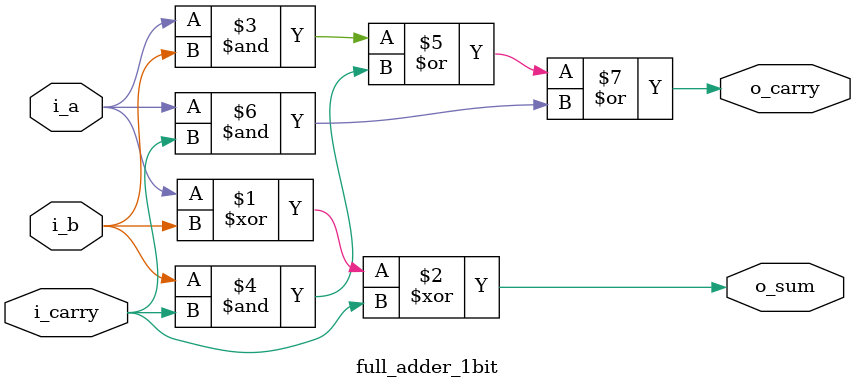
<source format=sv>
module full_adder_1bit (
	input  wire i_a, 	// Input bit A
	input  wire i_b, 	// Input bit B
	input  wire i_carry,	// Carry-in
	output wire o_sum,	// Sum output
	output wire o_carry	// Carry-out
);
	assign o_sum 	= i_a ^ i_b ^ i_carry;

	assign o_carry 	= (i_a & i_b) | (i_b & i_carry) | (i_a & i_carry);

endmodule
</source>
